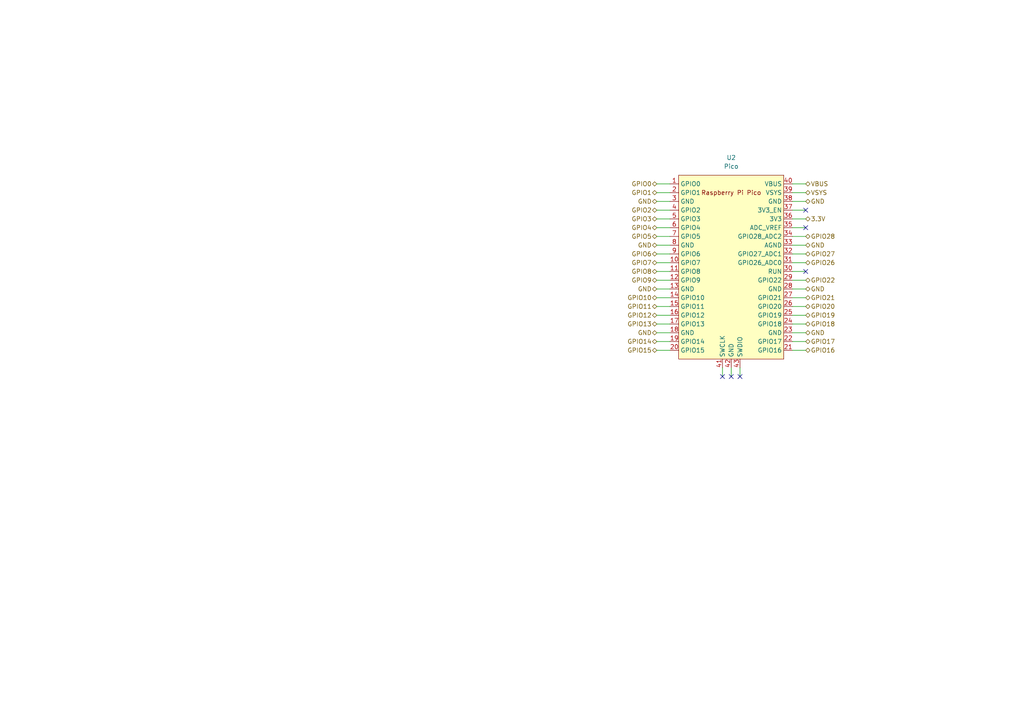
<source format=kicad_sch>
(kicad_sch (version 20230121) (generator eeschema)
  (paper "A4")
  (lib_symbols
    (symbol "MCU_RaspberryPi_and_Boards:Pico"
      (property "Reference" "U" (at -13.97 27.94 0))
      (property "Value" "Pico" (at 0 19.05 0))
      (symbol "Pico_0_0"
        (text "Raspberry Pi Pico" (at 0 21.59 0) (effects (font (size 1.27 1.27))))
      )
      (symbol "Pico_0_1"
        (rectangle (start -15.24 26.67) (end 15.24 -26.67) (fill (type background)))
      )
      (symbol "Pico_1_1"
        (pin bidirectional line (at -17.78 24.13 0) (length 2.54) (name "GPIO0") (number "1"))
        (pin bidirectional line (at -17.78 1.27 0) (length 2.54) (name "GPIO7") (number "10"))
        (pin bidirectional line (at -17.78 -1.27 0) (length 2.54) (name "GPIO8") (number "11"))
        (pin bidirectional line (at -17.78 -3.81 0) (length 2.54) (name "GPIO9") (number "12"))
        (pin power_in line (at -17.78 -6.35 0) (length 2.54) (name "GND") (number "13"))
        (pin bidirectional line (at -17.78 -8.89 0) (length 2.54) (name "GPIO10") (number "14"))
        (pin bidirectional line (at -17.78 -11.43 0) (length 2.54) (name "GPIO11") (number "15"))
        (pin bidirectional line (at -17.78 -13.97 0) (length 2.54) (name "GPIO12") (number "16"))
        (pin bidirectional line (at -17.78 -16.51 0) (length 2.54) (name "GPIO13") (number "17"))
        (pin power_in line (at -17.78 -19.05 0) (length 2.54) (name "GND") (number "18"))
        (pin bidirectional line (at -17.78 -21.59 0) (length 2.54) (name "GPIO14") (number "19"))
        (pin bidirectional line (at -17.78 21.59 0) (length 2.54) (name "GPIO1") (number "2"))
        (pin bidirectional line (at -17.78 -24.13 0) (length 2.54) (name "GPIO15") (number "20"))
        (pin bidirectional line (at 17.78 -24.13 180) (length 2.54) (name "GPIO16") (number "21"))
        (pin bidirectional line (at 17.78 -21.59 180) (length 2.54) (name "GPIO17") (number "22"))
        (pin power_in line (at 17.78 -19.05 180) (length 2.54) (name "GND") (number "23"))
        (pin bidirectional line (at 17.78 -16.51 180) (length 2.54) (name "GPIO18") (number "24"))
        (pin bidirectional line (at 17.78 -13.97 180) (length 2.54) (name "GPIO19") (number "25"))
        (pin bidirectional line (at 17.78 -11.43 180) (length 2.54) (name "GPIO20") (number "26"))
        (pin bidirectional line (at 17.78 -8.89 180) (length 2.54) (name "GPIO21") (number "27"))
        (pin power_in line (at 17.78 -6.35 180) (length 2.54) (name "GND") (number "28"))
        (pin bidirectional line (at 17.78 -3.81 180) (length 2.54) (name "GPIO22") (number "29"))
        (pin power_in line (at -17.78 19.05 0) (length 2.54) (name "GND") (number "3"))
        (pin input line (at 17.78 -1.27 180) (length 2.54) (name "RUN") (number "30"))
        (pin bidirectional line (at 17.78 1.27 180) (length 2.54) (name "GPIO26_ADC0") (number "31"))
        (pin bidirectional line (at 17.78 3.81 180) (length 2.54) (name "GPIO27_ADC1") (number "32"))
        (pin power_in line (at 17.78 6.35 180) (length 2.54) (name "AGND") (number "33"))
        (pin bidirectional line (at 17.78 8.89 180) (length 2.54) (name "GPIO28_ADC2") (number "34"))
        (pin power_in line (at 17.78 11.43 180) (length 2.54) (name "ADC_VREF") (number "35"))
        (pin power_in line (at 17.78 13.97 180) (length 2.54) (name "3V3") (number "36"))
        (pin input line (at 17.78 16.51 180) (length 2.54) (name "3V3_EN") (number "37"))
        (pin bidirectional line (at 17.78 19.05 180) (length 2.54) (name "GND") (number "38"))
        (pin power_in line (at 17.78 21.59 180) (length 2.54) (name "VSYS") (number "39"))
        (pin bidirectional line (at -17.78 16.51 0) (length 2.54) (name "GPIO2") (number "4"))
        (pin power_in line (at 17.78 24.13 180) (length 2.54) (name "VBUS") (number "40"))
        (pin input line (at -2.54 -29.21 90) (length 2.54) (name "SWCLK") (number "41"))
        (pin power_in line (at 0 -29.21 90) (length 2.54) (name "GND") (number "42"))
        (pin bidirectional line (at 2.54 -29.21 90) (length 2.54) (name "SWDIO") (number "43"))
        (pin bidirectional line (at -17.78 13.97 0) (length 2.54) (name "GPIO3") (number "5"))
        (pin bidirectional line (at -17.78 11.43 0) (length 2.54) (name "GPIO4") (number "6"))
        (pin bidirectional line (at -17.78 8.89 0) (length 2.54) (name "GPIO5") (number "7"))
        (pin power_in line (at -17.78 6.35 0) (length 2.54) (name "GND") (number "8"))
        (pin bidirectional line (at -17.78 3.81 0) (length 2.54) (name "GPIO6") (number "9"))
      )
    )
  )
  (no_connect (at 214.63 109.22))
  (no_connect (at 209.55 109.22))
  (no_connect (at 233.68 66.04))
  (no_connect (at 233.68 78.74))
  (no_connect (at 212.09 109.22))
  (no_connect (at 233.68 60.96))
  (wire (pts (xy 190.5 86.36) (xy 194.31 86.36)))
  (wire (pts (xy 190.5 63.5) (xy 194.31 63.5)))
  (wire (pts (xy 229.87 71.12) (xy 233.68 71.12)))
  (wire (pts (xy 214.63 106.68) (xy 214.63 109.22)))
  (wire (pts (xy 229.87 53.34) (xy 233.68 53.34)))
  (wire (pts (xy 229.87 96.52) (xy 233.68 96.52)))
  (wire (pts (xy 190.5 101.6) (xy 194.31 101.6)))
  (wire (pts (xy 229.87 78.74) (xy 233.68 78.74)))
  (wire (pts (xy 229.87 63.5) (xy 233.68 63.5)))
  (wire (pts (xy 229.87 101.6) (xy 233.68 101.6)))
  (wire (pts (xy 209.55 106.68) (xy 209.55 109.22)))
  (wire (pts (xy 190.5 60.96) (xy 194.31 60.96)))
  (wire (pts (xy 190.5 66.04) (xy 194.31 66.04)))
  (wire (pts (xy 229.87 73.66) (xy 233.68 73.66)))
  (wire (pts (xy 229.87 81.28) (xy 233.68 81.28)))
  (wire (pts (xy 229.87 68.58) (xy 233.68 68.58)))
  (wire (pts (xy 190.5 99.06) (xy 194.31 99.06)))
  (wire (pts (xy 229.87 99.06) (xy 233.68 99.06)))
  (wire (pts (xy 190.5 88.9) (xy 194.31 88.9)))
  (wire (pts (xy 190.5 91.44) (xy 194.31 91.44)))
  (wire (pts (xy 229.87 83.82) (xy 233.68 83.82)))
  (wire (pts (xy 190.5 73.66) (xy 194.31 73.66)))
  (wire (pts (xy 229.87 58.42) (xy 233.68 58.42)))
  (wire (pts (xy 190.5 81.28) (xy 194.31 81.28)))
  (wire (pts (xy 190.5 93.98) (xy 194.31 93.98)))
  (wire (pts (xy 190.5 78.74) (xy 194.31 78.74)))
  (wire (pts (xy 190.5 71.12) (xy 194.31 71.12)))
  (wire (pts (xy 229.87 76.2) (xy 233.68 76.2)))
  (wire (pts (xy 229.87 86.36) (xy 233.68 86.36)))
  (wire (pts (xy 190.5 55.88) (xy 194.31 55.88)))
  (wire (pts (xy 212.09 106.68) (xy 212.09 109.22)))
  (wire (pts (xy 190.5 76.2) (xy 194.31 76.2)))
  (wire (pts (xy 190.5 58.42) (xy 194.31 58.42)))
  (wire (pts (xy 229.87 55.88) (xy 233.68 55.88)))
  (wire (pts (xy 190.5 83.82) (xy 194.31 83.82)))
  (wire (pts (xy 190.5 96.52) (xy 194.31 96.52)))
  (wire (pts (xy 229.87 88.9) (xy 233.68 88.9)))
  (wire (pts (xy 190.5 68.58) (xy 194.31 68.58)))
  (wire (pts (xy 229.87 66.04) (xy 233.68 66.04)))
  (wire (pts (xy 229.87 60.96) (xy 233.68 60.96)))
  (wire (pts (xy 190.5 53.34) (xy 194.31 53.34)))
  (wire (pts (xy 229.87 93.98) (xy 233.68 93.98)))
  (wire (pts (xy 229.87 91.44) (xy 233.68 91.44)))
  (hierarchical_label "GPIO14" (shape bidirectional) (at 190.5 99.06 180))
  (hierarchical_label "GPIO8" (shape bidirectional) (at 190.5 78.74 180))
  (hierarchical_label "VSYS" (shape bidirectional) (at 233.68 55.88 0))
  (hierarchical_label "GPIO22" (shape bidirectional) (at 233.68 81.28 0))
  (hierarchical_label "GPIO10" (shape bidirectional) (at 190.5 86.36 180))
  (hierarchical_label "GPIO12" (shape bidirectional) (at 190.5 91.44 180))
  (hierarchical_label "GPIO26" (shape bidirectional) (at 233.68 76.2 0))
  (hierarchical_label "GPIO11" (shape bidirectional) (at 190.5 88.9 180))
  (hierarchical_label "GPIO13" (shape bidirectional) (at 190.5 93.98 180))
  (hierarchical_label "GPIO17" (shape bidirectional) (at 233.68 99.06 0))
  (hierarchical_label "3.3V" (shape bidirectional) (at 233.68 63.5 0))
  (hierarchical_label "GND" (shape bidirectional) (at 233.68 83.82 0))
  (hierarchical_label "GND" (shape bidirectional) (at 233.68 71.12 0))
  (hierarchical_label "GPIO4" (shape bidirectional) (at 190.5 66.04 180))
  (hierarchical_label "GND" (shape bidirectional) (at 190.5 96.52 180))
  (hierarchical_label "GPIO2" (shape bidirectional) (at 190.5 60.96 180))
  (hierarchical_label "GPIO21" (shape bidirectional) (at 233.68 86.36 0))
  (hierarchical_label "GPIO6" (shape bidirectional) (at 190.5 73.66 180))
  (hierarchical_label "GND" (shape bidirectional) (at 190.5 58.42 180))
  (hierarchical_label "GND" (shape bidirectional) (at 190.5 71.12 180))
  (hierarchical_label "GND" (shape bidirectional) (at 233.68 58.42 0))
  (hierarchical_label "GPIO1" (shape bidirectional) (at 190.5 55.88 180))
  (hierarchical_label "GPIO7" (shape bidirectional) (at 190.5 76.2 180))
  (hierarchical_label "GPIO15" (shape bidirectional) (at 190.5 101.6 180))
  (hierarchical_label "GPIO0" (shape bidirectional) (at 190.5 53.34 180))
  (hierarchical_label "GPIO27" (shape bidirectional) (at 233.68 73.66 0))
  (hierarchical_label "GPIO18" (shape bidirectional) (at 233.68 93.98 0))
  (hierarchical_label "GPIO19" (shape bidirectional) (at 233.68 91.44 0))
  (hierarchical_label "GPIO28" (shape bidirectional) (at 233.68 68.58 0))
  (hierarchical_label "GPIO9" (shape bidirectional) (at 190.5 81.28 180))
  (hierarchical_label "GPIO3" (shape bidirectional) (at 190.5 63.5 180))
  (hierarchical_label "GPIO5" (shape bidirectional) (at 190.5 68.58 180))
  (hierarchical_label "GPIO16" (shape bidirectional) (at 233.68 101.6 0))
  (hierarchical_label "VBUS" (shape bidirectional) (at 233.68 53.34 0))
  (hierarchical_label "GND" (shape bidirectional) (at 190.5 83.82 180))
  (hierarchical_label "GND" (shape bidirectional) (at 233.68 96.52 0))
  (hierarchical_label "GPIO20" (shape bidirectional) (at 233.68 88.9 0))
  (symbol (lib_id "MCU_RaspberryPi_and_Boards:Pico") (at 212.09 77.47 0) (unit 1)
    (property "Reference" "U2" (at 212.09 45.72 0))
    (property "Value" "Pico" (at 212.09 48.26 0))
    (property "Footprint" "MCU_RaspberryPi_and_Boards:RPi_Pico_SMD_TH" (effects hide))
  )
)
</source>
